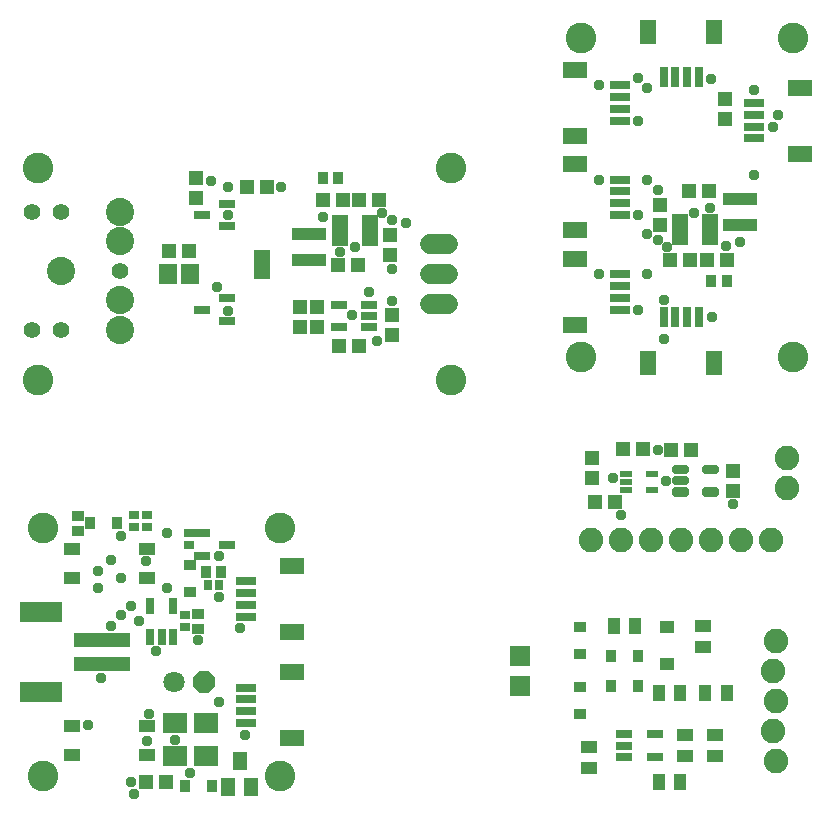
<source format=gbr>
G04 EAGLE Gerber RS-274X export*
G75*
%MOMM*%
%FSLAX34Y34*%
%LPD*%
%INSoldermask Top*%
%IPPOS*%
%AMOC8*
5,1,8,0,0,1.08239X$1,22.5*%
G01*
%ADD10C,2.603200*%
%ADD11R,1.403200X1.053200*%
%ADD12R,0.903200X0.803200*%
%ADD13R,1.103200X0.903200*%
%ADD14R,1.203200X1.303200*%
%ADD15R,0.753200X1.403200*%
%ADD16R,2.003200X1.803200*%
%ADD17P,1.951982X8X22.500000*%
%ADD18C,1.803400*%
%ADD19R,1.203200X1.603200*%
%ADD20R,1.443400X0.792300*%
%ADD21R,0.903200X1.103200*%
%ADD22R,0.803200X0.903200*%
%ADD23R,1.753200X0.803200*%
%ADD24R,2.003200X1.403200*%
%ADD25R,0.833200X1.033200*%
%ADD26R,1.033200X0.833200*%
%ADD27R,4.803200X1.203200*%
%ADD28R,3.603200X1.803200*%
%ADD29R,1.403200X1.003200*%
%ADD30R,1.153200X1.103200*%
%ADD31R,1.727200X1.727200*%
%ADD32C,2.082800*%
%ADD33R,1.003200X1.403200*%
%ADD34R,1.403200X0.753200*%
%ADD35R,1.303200X1.203200*%
%ADD36R,1.079500X0.508000*%
%ADD37C,0.499716*%
%ADD38R,1.389600X0.787100*%
%ADD39R,1.412000X0.678400*%
%ADD40R,2.903200X1.003200*%
%ADD41R,1.473200X0.838200*%
%ADD42C,1.727200*%
%ADD43R,1.503200X1.703200*%
%ADD44C,2.387600*%
%ADD45C,1.403200*%
%ADD46R,0.803200X1.753200*%
%ADD47R,1.403200X2.003200*%
%ADD48C,0.959600*%


D10*
X25000Y235000D03*
X25000Y25000D03*
X225000Y25000D03*
X225000Y235000D03*
X370000Y540000D03*
X370000Y360000D03*
X20000Y360000D03*
X20000Y540000D03*
X660000Y380000D03*
X480000Y380000D03*
X480000Y650000D03*
X660000Y650000D03*
D11*
X112500Y192500D03*
X112500Y217500D03*
X49500Y217500D03*
X49500Y192500D03*
X112500Y42500D03*
X112500Y67500D03*
X49500Y67500D03*
X49500Y42500D03*
D12*
X102000Y246000D03*
X102000Y236000D03*
X113000Y236000D03*
X113000Y246000D03*
D13*
X54000Y245500D03*
X54000Y232500D03*
D14*
X111500Y20000D03*
X128500Y20000D03*
D15*
X115500Y143000D03*
X125000Y143000D03*
X134500Y143000D03*
X134500Y169000D03*
X115500Y169000D03*
D12*
X145000Y161000D03*
X145000Y151000D03*
D13*
X156000Y162500D03*
X156000Y149500D03*
D16*
X136000Y42000D03*
X136000Y70000D03*
D17*
X160700Y105000D03*
D18*
X135300Y105000D03*
D16*
X163000Y42000D03*
X163000Y70000D03*
D19*
X191000Y38000D03*
X200500Y16000D03*
X181500Y16000D03*
D12*
X148000Y221000D03*
X148000Y231000D03*
D20*
X159444Y230500D03*
X159444Y211500D03*
X180556Y221000D03*
D21*
X162500Y198000D03*
X175500Y198000D03*
D22*
X174000Y187000D03*
X164000Y187000D03*
D23*
X196600Y90000D03*
X196600Y80000D03*
D24*
X235350Y113000D03*
X235350Y57000D03*
D23*
X196600Y70000D03*
X196600Y100000D03*
X196600Y180000D03*
X196600Y170000D03*
D24*
X235350Y203000D03*
X235350Y147000D03*
D23*
X196600Y160000D03*
X196600Y190000D03*
D25*
X167500Y17000D03*
X144500Y17000D03*
D26*
X149000Y203500D03*
X149000Y180500D03*
D25*
X87500Y239000D03*
X64500Y239000D03*
D27*
X75000Y120000D03*
X75000Y140000D03*
D28*
X23000Y96000D03*
X23000Y164000D03*
D29*
X583040Y152510D03*
X583040Y134510D03*
X593200Y59800D03*
X593200Y41800D03*
X486520Y49640D03*
X486520Y31640D03*
D25*
X528500Y101600D03*
X505500Y101600D03*
X528500Y127000D03*
X505500Y127000D03*
D26*
X478900Y100400D03*
X478900Y77400D03*
X478900Y128200D03*
X478900Y151200D03*
D30*
X552560Y151640D03*
X552560Y120140D03*
D31*
X428100Y101600D03*
X428100Y127000D03*
D32*
X645270Y139700D03*
X642730Y114300D03*
X645270Y88900D03*
X642730Y63500D03*
X645270Y38100D03*
D33*
X508000Y152400D03*
X526000Y152400D03*
X546100Y20320D03*
X564100Y20320D03*
D29*
X567800Y41800D03*
X567800Y59800D03*
D33*
X546100Y95250D03*
X564100Y95250D03*
X603470Y95250D03*
X585470Y95250D03*
D34*
X516699Y60300D03*
X516699Y50800D03*
X516699Y41300D03*
X542701Y41300D03*
X542701Y60300D03*
D35*
X573400Y301500D03*
X556400Y301500D03*
D14*
X608500Y283500D03*
X608500Y266500D03*
D32*
X654200Y269200D03*
X654200Y294600D03*
X640800Y225300D03*
X615400Y225300D03*
X590000Y225300D03*
X564600Y225300D03*
X539200Y225300D03*
X513800Y225300D03*
X488400Y225300D03*
D35*
X515500Y302000D03*
X532500Y302000D03*
D14*
X489400Y294000D03*
X489400Y277000D03*
D35*
X509100Y257400D03*
X492100Y257400D03*
D36*
X518088Y280400D03*
X518088Y273900D03*
X518088Y267400D03*
X540313Y267400D03*
X540313Y280400D03*
D37*
X560082Y283132D02*
X569218Y283132D01*
X560082Y283132D02*
X560082Y286068D01*
X569218Y286068D01*
X569218Y283132D01*
X569218Y273632D02*
X560082Y273632D01*
X560082Y276568D01*
X569218Y276568D01*
X569218Y273632D01*
X569218Y264132D02*
X560082Y264132D01*
X560082Y267068D01*
X569218Y267068D01*
X569218Y264132D01*
X585182Y264132D02*
X594318Y264132D01*
X585182Y264132D02*
X585182Y267068D01*
X594318Y267068D01*
X594318Y264132D01*
X594318Y283132D02*
X585182Y283132D01*
X585182Y286068D01*
X594318Y286068D01*
X594318Y283132D01*
D35*
X242000Y422500D03*
X242000Y405500D03*
X257000Y422500D03*
X257000Y405500D03*
X275500Y389000D03*
X292500Y389000D03*
D38*
X300776Y405108D03*
X300776Y414608D03*
X300776Y424108D03*
X275488Y424108D03*
X275488Y405108D03*
D14*
X320000Y398500D03*
X320000Y415500D03*
D39*
X301093Y477202D03*
X301093Y483702D03*
X301093Y490202D03*
X301093Y496702D03*
X276027Y496702D03*
X276027Y490202D03*
X276027Y483702D03*
X276027Y477202D03*
D14*
X318000Y466500D03*
X318000Y483500D03*
X278500Y513000D03*
X261500Y513000D03*
X309500Y513000D03*
X292500Y513000D03*
D21*
X261500Y531000D03*
X274500Y531000D03*
D40*
X249984Y483728D03*
X249984Y461728D03*
D35*
X274472Y458092D03*
X291472Y458092D03*
D41*
X210000Y449872D03*
X210000Y458000D03*
X210000Y466128D03*
D42*
X352380Y424600D02*
X367620Y424600D01*
X367620Y450000D02*
X352380Y450000D01*
X352380Y475400D02*
X367620Y475400D01*
D20*
X180556Y490500D03*
X180556Y509500D03*
X159444Y500000D03*
X180556Y410500D03*
X180556Y429500D03*
X159444Y420000D03*
D14*
X197500Y524000D03*
X214500Y524000D03*
X131500Y470000D03*
X148500Y470000D03*
D43*
X149500Y450000D03*
X130500Y450000D03*
D14*
X154000Y514500D03*
X154000Y531500D03*
D44*
X40000Y453000D03*
X90000Y478000D03*
X90000Y503000D03*
X90000Y428000D03*
X90000Y403000D03*
D45*
X40000Y503000D03*
X15000Y503000D03*
X15000Y403000D03*
X40000Y403000D03*
X90000Y453000D03*
D39*
X563907Y497798D03*
X563907Y491298D03*
X563907Y484798D03*
X563907Y478298D03*
X588973Y478298D03*
X588973Y484798D03*
X588973Y491298D03*
X588973Y497798D03*
D14*
X547000Y508500D03*
X547000Y491500D03*
X586500Y462000D03*
X603500Y462000D03*
X555500Y462000D03*
X572500Y462000D03*
D21*
X603500Y444000D03*
X590500Y444000D03*
D40*
X615016Y491272D03*
X615016Y513272D03*
D23*
X513400Y590000D03*
X513400Y600000D03*
D24*
X474650Y567000D03*
X474650Y623000D03*
D23*
X513400Y610000D03*
X513400Y580000D03*
X513400Y510000D03*
X513400Y520000D03*
D24*
X474650Y487000D03*
X474650Y543000D03*
D23*
X513400Y530000D03*
X513400Y500000D03*
X513400Y430000D03*
X513400Y440000D03*
D24*
X474650Y407000D03*
X474650Y463000D03*
D23*
X513400Y450000D03*
X513400Y420000D03*
D46*
X570000Y413400D03*
X560000Y413400D03*
D47*
X593000Y374650D03*
X537000Y374650D03*
D46*
X550000Y413400D03*
X580000Y413400D03*
X560000Y616600D03*
X570000Y616600D03*
D47*
X537000Y655350D03*
X593000Y655350D03*
D46*
X580000Y616600D03*
X550000Y616600D03*
D23*
X626600Y585000D03*
X626600Y575000D03*
D24*
X665350Y608000D03*
X665350Y552000D03*
D23*
X626600Y565000D03*
X626600Y595000D03*
D35*
X602000Y581500D03*
X602000Y598500D03*
X588500Y520000D03*
X571500Y520000D03*
D48*
X74000Y108000D03*
X71000Y184000D03*
X130000Y231000D03*
X130000Y184000D03*
X82000Y208000D03*
X63000Y68000D03*
X82000Y152000D03*
X114000Y78000D03*
X120000Y131000D03*
X156000Y140000D03*
X191000Y150000D03*
X174000Y88000D03*
X196000Y60000D03*
X174000Y211000D03*
X112000Y207000D03*
X113000Y55000D03*
X174000Y177000D03*
X149000Y28000D03*
X71000Y199000D03*
X91000Y161000D03*
X91000Y228000D03*
X91000Y193000D03*
X99000Y20000D03*
X99000Y169000D03*
X102000Y10000D03*
X106000Y156000D03*
X136000Y56000D03*
X507000Y277000D03*
X514000Y246000D03*
X552000Y275000D03*
X545000Y301000D03*
X609000Y255000D03*
X320000Y427000D03*
X286000Y415000D03*
X289000Y473000D03*
X332000Y493000D03*
X312000Y502000D03*
X167000Y529000D03*
X172000Y439000D03*
X320000Y496000D03*
X320000Y454000D03*
X301000Y435000D03*
X307000Y393000D03*
X276000Y469000D03*
X262000Y498000D03*
X226000Y524000D03*
X181000Y419000D03*
X181000Y500000D03*
X181000Y524000D03*
X576000Y502000D03*
X536000Y484000D03*
X553000Y473000D03*
X590000Y615000D03*
X495000Y610000D03*
X495000Y530000D03*
X495000Y450000D03*
X550000Y395000D03*
X550000Y428000D03*
X536000Y450000D03*
X536000Y530000D03*
X536000Y608000D03*
X643000Y575000D03*
X545000Y479000D03*
X545000Y521000D03*
X528000Y420000D03*
X528000Y616000D03*
X528000Y580000D03*
X528000Y500000D03*
X591000Y414000D03*
X589000Y506000D03*
X603000Y474000D03*
X627000Y534000D03*
X627000Y606000D03*
X615000Y477000D03*
X647000Y585000D03*
M02*

</source>
